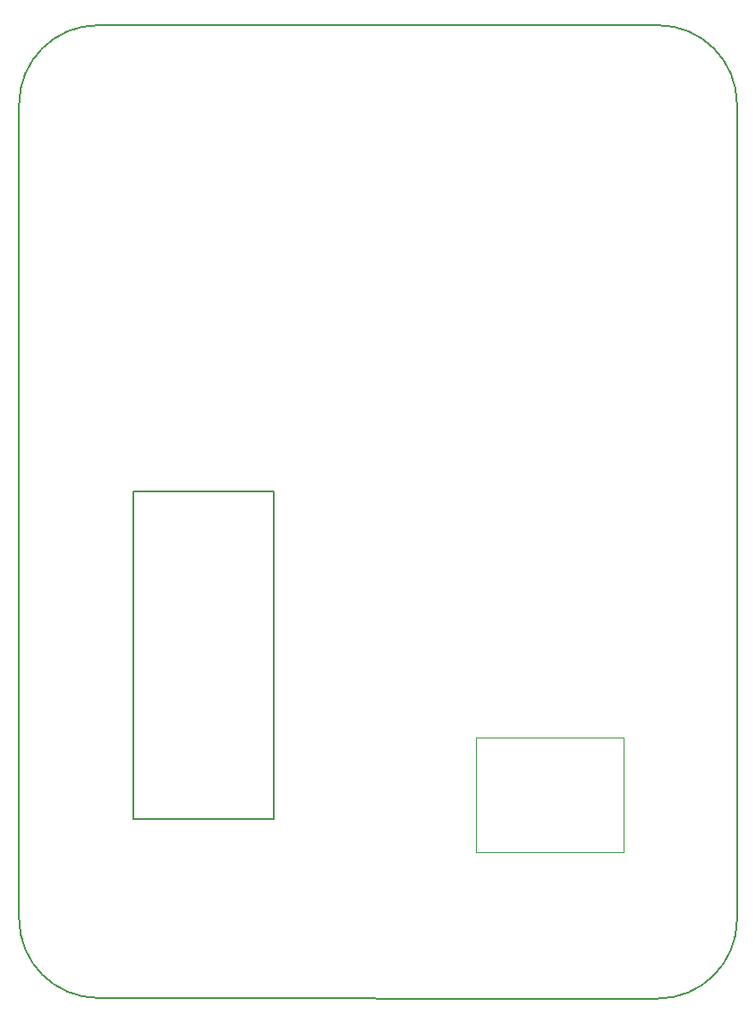
<source format=gbr>
%TF.GenerationSoftware,KiCad,Pcbnew,(6.0.7-1)-1*%
%TF.CreationDate,2024-01-28T18:10:20-08:00*%
%TF.ProjectId,SensorPod-Board,53656e73-6f72-4506-9f64-2d426f617264,rev?*%
%TF.SameCoordinates,Original*%
%TF.FileFunction,Profile,NP*%
%FSLAX46Y46*%
G04 Gerber Fmt 4.6, Leading zero omitted, Abs format (unit mm)*
G04 Created by KiCad (PCBNEW (6.0.7-1)-1) date 2024-01-28 18:10:20*
%MOMM*%
%LPD*%
G01*
G04 APERTURE LIST*
%TA.AperFunction,Profile*%
%ADD10C,0.100000*%
%TD*%
%TA.AperFunction,Profile*%
%ADD11C,0.200000*%
%TD*%
%TA.AperFunction,Profile*%
%ADD12C,0.150000*%
%TD*%
G04 APERTURE END LIST*
D10*
X143560900Y-123190000D02*
X129590900Y-123190000D01*
X129590900Y-123190000D02*
X129590900Y-112395000D01*
X129590900Y-112395000D02*
X143560900Y-112395000D01*
X143560900Y-112395000D02*
X143560900Y-123190000D01*
D11*
X146805000Y-44965000D02*
X146805000Y-44965000D01*
G75*
G02*
X154305000Y-52465000I0J-7500000D01*
G01*
X154305000Y-129540000D01*
G75*
G02*
X146805000Y-137040000I-7500000J0D01*
G01*
X93860000Y-136980000D01*
G75*
G02*
X86360000Y-129480000I0J7500000D01*
G01*
X86360000Y-52465000D01*
G75*
G02*
X93860000Y-44965000I7500000J0D01*
G01*
X146805000Y-44965000D01*
D12*
X97155000Y-89045000D02*
X110490000Y-89045000D01*
X110490000Y-89045000D02*
X110490000Y-120065000D01*
X110490000Y-120065000D02*
X97155000Y-120065000D01*
X97155000Y-120065000D02*
X97155000Y-89045000D01*
M02*

</source>
